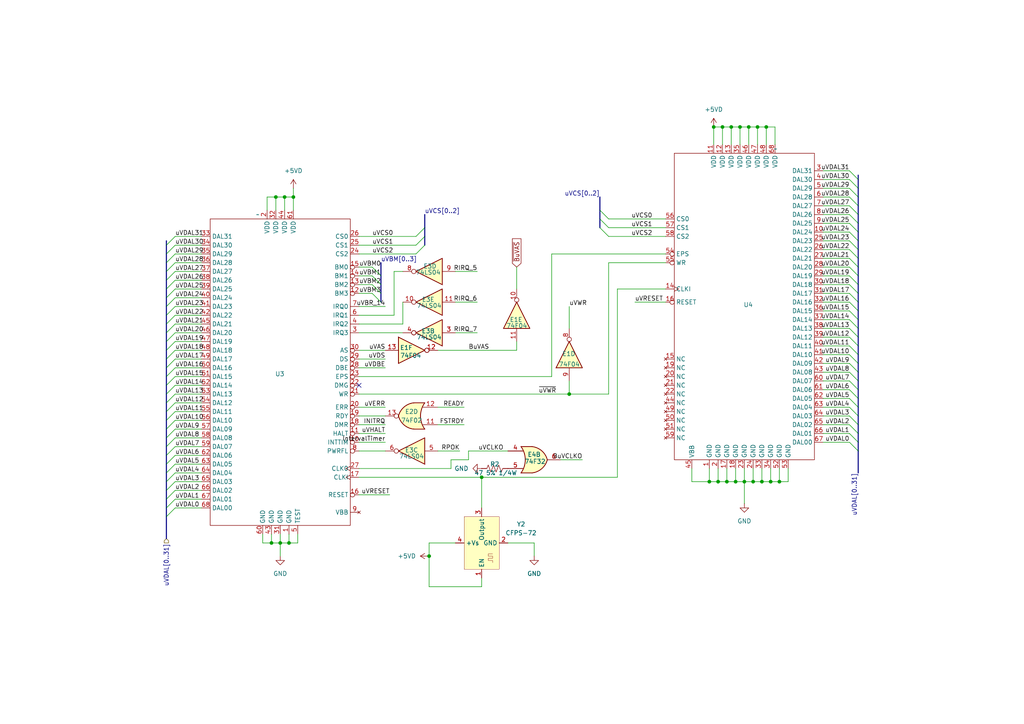
<source format=kicad_sch>
(kicad_sch (version 20250114) (generator "eeschema") (generator_version "9.0")
  (paper "A4")
  (lib_symbols
    (symbol "74xx:7402" (pin_names (offset 1.016))
      (property "Reference" "U" (at 0 1.27 0))
      (property "Value" "7402" (at 0 -1.27 0))
      (symbol "7402_1_1"
        (pin input line (at -7.62 2.54 0) (length 4.318) (name "~") (number "2"))
        (pin input line (at -7.62 -2.54 0) (length 4.318) (name "~") (number "3"))
        (pin output inverted (at 7.62 0 180) (length 3.81) (name "~") (number "1"))
      )
      (symbol "7402_1_2"
        (pin input inverted (at -7.62 2.54 0) (length 3.81) (name "~") (number "2"))
        (pin input inverted (at -7.62 -2.54 0) (length 3.81) (name "~") (number "3"))
        (pin output line (at 7.62 0 180) (length 3.81) (name "~") (number "1"))
      )
      (symbol "7402_2_1"
        (pin input line (at -7.62 2.54 0) (length 4.318) (name "~") (number "5"))
        (pin input line (at -7.62 -2.54 0) (length 4.318) (name "~") (number "6"))
        (pin output inverted (at 7.62 0 180) (length 3.81) (name "~") (number "4"))
      )
      (symbol "7402_2_2"
        (pin input inverted (at -7.62 2.54 0) (length 3.81) (name "~") (number "5"))
        (pin input inverted (at -7.62 -2.54 0) (length 3.81) (name "~") (number "6"))
        (pin output line (at 7.62 0 180) (length 3.81) (name "~") (number "4"))
      )
      (symbol "7402_3_1"
        (pin input line (at -7.62 2.54 0) (length 4.318) (name "~") (number "8"))
        (pin input line (at -7.62 -2.54 0) (length 4.318) (name "~") (number "9"))
        (pin output inverted (at 7.62 0 180) (length 3.81) (name "~") (number "10"))
      )
      (symbol "7402_3_2"
        (pin input inverted (at -7.62 2.54 0) (length 3.81) (name "~") (number "8"))
        (pin input inverted (at -7.62 -2.54 0) (length 3.81) (name "~") (number "9"))
        (pin output line (at 7.62 0 180) (length 3.81) (name "~") (number "10"))
      )
      (symbol "7402_4_1"
        (pin input line (at -7.62 2.54 0) (length 4.318) (name "~") (number "11"))
        (pin input line (at -7.62 -2.54 0) (length 4.318) (name "~") (number "12"))
        (pin output inverted (at 7.62 0 180) (length 3.81) (name "~") (number "13"))
      )
      (symbol "7402_4_2"
        (pin input inverted (at -7.62 2.54 0) (length 3.81) (name "~") (number "11"))
        (pin input inverted (at -7.62 -2.54 0) (length 3.81) (name "~") (number "12"))
        (pin output line (at 7.62 0 180) (length 3.81) (name "~") (number "13"))
      )
      (symbol "7402_5_0"
        (pin power_in line (at 0 12.7 270) (length 5.08) (name "VCC") (number "14"))
        (pin power_in line (at 0 -12.7 90) (length 5.08) (name "GND") (number "7"))
      )
    )
    (symbol "74xx:74LS04"
      (property "Reference" "U" (at 0 1.27 0))
      (property "Value" "74LS04" (at 0 -1.27 0))
      (symbol "74LS04_1_0"
        (pin input line (at -7.62 0 0) (length 3.81) (name "~") (number "1"))
        (pin output inverted (at 7.62 0 180) (length 3.81) (name "~") (number "2"))
      )
      (symbol "74LS04_2_0"
        (pin input line (at -7.62 0 0) (length 3.81) (name "~") (number "3"))
        (pin output inverted (at 7.62 0 180) (length 3.81) (name "~") (number "4"))
      )
      (symbol "74LS04_3_0"
        (pin input line (at -7.62 0 0) (length 3.81) (name "~") (number "5"))
        (pin output inverted (at 7.62 0 180) (length 3.81) (name "~") (number "6"))
      )
      (symbol "74LS04_4_0"
        (pin input line (at -7.62 0 0) (length 3.81) (name "~") (number "9"))
        (pin output inverted (at 7.62 0 180) (length 3.81) (name "~") (number "8"))
      )
      (symbol "74LS04_5_0"
        (pin input line (at -7.62 0 0) (length 3.81) (name "~") (number "11"))
        (pin output inverted (at 7.62 0 180) (length 3.81) (name "~") (number "10"))
      )
      (symbol "74LS04_6_0"
        (pin input line (at -7.62 0 0) (length 3.81) (name "~") (number "13"))
        (pin output inverted (at 7.62 0 180) (length 3.81) (name "~") (number "12"))
      )
      (symbol "74LS04_7_0"
        (pin power_in line (at 0 12.7 270) (length 5.08) (name "VCC") (number "14"))
        (pin power_in line (at 0 -12.7 90) (length 5.08) (name "GND") (number "7"))
      )
    )
    (symbol "74xx:74LS32" (pin_names (offset 1.016))
      (property "Reference" "U" (at 0 1.27 0))
      (property "Value" "74LS32" (at 0 -1.27 0))
      (symbol "74LS32_1_1"
        (pin input line (at -7.62 2.54 0) (length 4.318) (name "~") (number "1"))
        (pin input line (at -7.62 -2.54 0) (length 4.318) (name "~") (number "2"))
        (pin output line (at 7.62 0 180) (length 3.81) (name "~") (number "3"))
      )
      (symbol "74LS32_1_2"
        (pin input inverted (at -7.62 2.54 0) (length 3.81) (name "~") (number "1"))
        (pin input inverted (at -7.62 -2.54 0) (length 3.81) (name "~") (number "2"))
        (pin output inverted (at 7.62 0 180) (length 3.81) (name "~") (number "3"))
      )
      (symbol "74LS32_2_1"
        (pin input line (at -7.62 2.54 0) (length 4.318) (name "~") (number "4"))
        (pin input line (at -7.62 -2.54 0) (length 4.318) (name "~") (number "5"))
        (pin output line (at 7.62 0 180) (length 3.81) (name "~") (number "6"))
      )
      (symbol "74LS32_2_2"
        (pin input inverted (at -7.62 2.54 0) (length 3.81) (name "~") (number "4"))
        (pin input inverted (at -7.62 -2.54 0) (length 3.81) (name "~") (number "5"))
        (pin output inverted (at 7.62 0 180) (length 3.81) (name "~") (number "6"))
      )
      (symbol "74LS32_3_1"
        (pin input line (at -7.62 2.54 0) (length 4.318) (name "~") (number "9"))
        (pin input line (at -7.62 -2.54 0) (length 4.318) (name "~") (number "10"))
        (pin output line (at 7.62 0 180) (length 3.81) (name "~") (number "8"))
      )
      (symbol "74LS32_3_2"
        (pin input inverted (at -7.62 2.54 0) (length 3.81) (name "~") (number "9"))
        (pin input inverted (at -7.62 -2.54 0) (length 3.81) (name "~") (number "10"))
        (pin output inverted (at 7.62 0 180) (length 3.81) (name "~") (number "8"))
      )
      (symbol "74LS32_4_1"
        (pin input line (at -7.62 2.54 0) (length 4.318) (name "~") (number "12"))
        (pin input line (at -7.62 -2.54 0) (length 4.318) (name "~") (number "13"))
        (pin output line (at 7.62 0 180) (length 3.81) (name "~") (number "11"))
      )
      (symbol "74LS32_4_2"
        (pin input inverted (at -7.62 2.54 0) (length 3.81) (name "~") (number "12"))
        (pin input inverted (at -7.62 -2.54 0) (length 3.81) (name "~") (number "13"))
        (pin output inverted (at 7.62 0 180) (length 3.81) (name "~") (number "11"))
      )
      (symbol "74LS32_5_0"
        (pin power_in line (at 0 12.7 270) (length 5.08) (name "VCC") (number "14"))
        (pin power_in line (at 0 -12.7 90) (length 5.08) (name "GND") (number "7"))
      )
    )
    (symbol "Device:R_US" (pin_numbers (hide yes)) (pin_names (offset 0))
      (property "Reference" "R" (at 2.54 0 90))
      (property "Value" "R_US" (at -2.54 0 90))
      (symbol "R_US_1_1"
        (pin passive line (at 0 3.81 270) (length 1.27) (name "~") (number "1"))
        (pin passive line (at 0 -3.81 90) (length 1.27) (name "~") (number "2"))
      )
    )
    (symbol "Oscillator:CFPS-72"
      (property "Reference" "Y" (at -6.35 6.35 0))
      (property "Value" "CFPS-72" (at 6.35 6.35 0))
      (symbol "CFPS-72_1_1"
        (pin input line (at -10.16 0 0) (length 2.54) (name "EN") (number "1"))
        (pin power_in line (at 0 7.62 270) (length 2.54) (name "+Vs") (number "4"))
        (pin power_in line (at 0 -7.62 90) (length 2.54) (name "GND") (number "2"))
        (pin output line (at 10.16 0 180) (length 2.54) (name "Output") (number "3"))
      )
    )
    (symbol "microvax:78032"
      (property "Reference" "U" (at 0 0 0))
      (symbol "78032_0_0"
        (pin bidirectional line (at -22.86 39.37 0) (length 2.54) (name "CS0") (number "26"))
        (pin bidirectional line (at -22.86 36.83 0) (length 2.54) (name "CS1") (number "25"))
        (pin bidirectional line (at -22.86 34.29 0) (length 2.54) (name "CS2") (number "24"))
        (pin bidirectional inverted (at -22.86 30.48 0) (length 2.54) (name "BM0") (number "15"))
        (pin bidirectional inverted (at -22.86 27.94 0) (length 2.54) (name "BM1") (number "14"))
        (pin bidirectional inverted (at -22.86 25.4 0) (length 2.54) (name "BM2") (number "13"))
        (pin bidirectional inverted (at -22.86 22.86 0) (length 2.54) (name "BM3") (number "12"))
        (pin bidirectional line (at -22.86 19.05 0) (length 2.54) (name "IRQ0") (number "7"))
        (pin bidirectional line (at -22.86 16.51 0) (length 2.54) (name "IRQ1") (number "6"))
        (pin bidirectional line (at -22.86 13.97 0) (length 2.54) (name "IRQ2") (number "4"))
        (pin bidirectional line (at -22.86 11.43 0) (length 2.54) (name "IRQ3") (number "3"))
        (pin output inverted (at -22.86 6.35 0) (length 2.54) (name "AS") (number "30"))
        (pin output inverted (at -22.86 3.81 0) (length 2.54) (name "DS") (number "29"))
        (pin output inverted (at -22.86 1.27 0) (length 2.54) (name "DBE") (number "28"))
        (pin output inverted (at -22.86 -1.27 0) (length 2.54) (name "EPS") (number "23"))
        (pin output inverted (at -22.86 -3.81 0) (length 2.54) (name "DMG") (number "22"))
        (pin output inverted (at -22.86 -6.35 0) (length 2.54) (name "WR") (number "21"))
        (pin input inverted (at -22.86 -10.16 0) (length 2.54) (name "ERR") (number "20"))
        (pin input inverted (at -22.86 -12.7 0) (length 2.54) (name "RDY") (number "19"))
        (pin input inverted (at -22.86 -15.24 0) (length 2.54) (name "DMR") (number "18"))
        (pin input inverted (at -22.86 -17.78 0) (length 2.54) (name "HALT") (number "11"))
        (pin input inverted (at -22.86 -20.32 0) (length 2.54) (name "INTTIM") (number "10"))
        (pin input inverted (at -22.86 -22.86 0) (length 2.54) (name "PWRFL") (number "8"))
        (pin output clock (at -22.86 -27.94 0) (length 2.54) (name "CLK0") (number "27"))
        (pin input clock (at -22.86 -30.48 0) (length 2.54) (name "CLKI") (number "17"))
        (pin input inverted (at -22.86 -35.56 0) (length 2.54) (name "RESET") (number "16"))
        (pin no_connect line (at -22.86 -40.64 0) (length 2.54) (name "VBB") (number "9"))
        (pin input line (at -5.08 -46.99 90) (length 2.54) (name "TEST") (number "5"))
        (pin power_in line (at -3.81 46.99 270) (length 2.54) (name "VDD") (number "61"))
        (pin power_in line (at -2.54 -46.99 90) (length 2.54) (name "GND") (number "1"))
        (pin power_in line (at -1.27 46.99 270) (length 2.54) (name "VDD") (number "44"))
        (pin power_in line (at 0 -46.99 90) (length 2.54) (name "GND") (number "31"))
        (pin power_in line (at 1.27 46.99 270) (length 2.54) (name "VDD") (number "32"))
        (pin power_in line (at 2.54 -46.99 90) (length 2.54) (name "GND") (number "43"))
        (pin power_in line (at 3.81 46.99 270) (length 2.54) (name "VDD") (number "2"))
        (pin power_in line (at 5.08 -46.99 90) (length 2.54) (name "GND") (number "60"))
        (pin bidirectional line (at 22.86 39.37 180) (length 2.54) (name "DAL31") (number "33"))
        (pin bidirectional line (at 22.86 36.83 180) (length 2.54) (name "DAL30") (number "34"))
        (pin bidirectional line (at 22.86 34.29 180) (length 2.54) (name "DAL29") (number "35"))
        (pin bidirectional line (at 22.86 31.75 180) (length 2.54) (name "DAL28") (number "36"))
        (pin bidirectional line (at 22.86 29.21 180) (length 2.54) (name "DAL27") (number "37"))
        (pin bidirectional line (at 22.86 26.67 180) (length 2.54) (name "DAL26") (number "38"))
        (pin bidirectional line (at 22.86 24.13 180) (length 2.54) (name "DAL25") (number "39"))
        (pin bidirectional line (at 22.86 21.59 180) (length 2.54) (name "DAL24") (number "40"))
        (pin bidirectional line (at 22.86 19.05 180) (length 2.54) (name "DAL23") (number "41"))
        (pin bidirectional line (at 22.86 16.51 180) (length 2.54) (name "DAL22") (number "42"))
        (pin bidirectional line (at 22.86 13.97 180) (length 2.54) (name "DAL21") (number "45"))
        (pin bidirectional line (at 22.86 11.43 180) (length 2.54) (name "DAL20") (number "46"))
        (pin bidirectional line (at 22.86 8.89 180) (length 2.54) (name "DAL19") (number "47"))
        (pin bidirectional line (at 22.86 6.35 180) (length 2.54) (name "DAL18") (number "48"))
        (pin bidirectional line (at 22.86 3.81 180) (length 2.54) (name "DAL17") (number "49"))
        (pin bidirectional line (at 22.86 1.27 180) (length 2.54) (name "DAL16") (number "50"))
        (pin bidirectional line (at 22.86 -1.27 180) (length 2.54) (name "DAL15") (number "51"))
        (pin bidirectional line (at 22.86 -3.81 180) (length 2.54) (name "DAL14") (number "52"))
        (pin bidirectional line (at 22.86 -6.35 180) (length 2.54) (name "DAL13") (number "53"))
        (pin bidirectional line (at 22.86 -8.89 180) (length 2.54) (name "DAL12") (number "54"))
        (pin bidirectional line (at 22.86 -11.43 180) (length 2.54) (name "DAL11") (number "55"))
        (pin bidirectional line (at 22.86 -13.97 180) (length 2.54) (name "DAL10") (number "56"))
        (pin bidirectional line (at 22.86 -16.51 180) (length 2.54) (name "DAL09") (number "57"))
        (pin bidirectional line (at 22.86 -19.05 180) (length 2.54) (name "DAL08") (number "58"))
        (pin bidirectional line (at 22.86 -21.59 180) (length 2.54) (name "DAL07") (number "59"))
        (pin bidirectional line (at 22.86 -24.13 180) (length 2.54) (name "DAL06") (number "62"))
        (pin bidirectional line (at 22.86 -26.67 180) (length 2.54) (name "DAL05") (number "63"))
        (pin bidirectional line (at 22.86 -29.21 180) (length 2.54) (name "DAL04") (number "64"))
        (pin bidirectional line (at 22.86 -31.75 180) (length 2.54) (name "DAL03") (number "65"))
        (pin bidirectional line (at 22.86 -34.29 180) (length 2.54) (name "DAL02") (number "66"))
        (pin bidirectional line (at 22.86 -36.83 180) (length 2.54) (name "DAL01") (number "67"))
        (pin bidirectional line (at 22.86 -39.37 180) (length 2.54) (name "DAL00") (number "68"))
      )
    )
    (symbol "microvax:78132"
      (property "Reference" "U2" (at 8.4933 48.26 0))
      (property "Value" "~" (at 8.4933 45.72 0))
      (symbol "78132_0_0"
        (pin bidirectional line (at -22.86 25.4 0) (length 2.54) (name "CS0") (number "56"))
        (pin bidirectional line (at -22.86 22.86 0) (length 2.54) (name "CS1") (number "57"))
        (pin output line (at -22.86 20.32 0) (length 2.54) (name "CS2") (number "58"))
        (pin output inverted (at -22.86 15.24 0) (length 2.54) (name "EPS") (number "54"))
        (pin output inverted (at -22.86 12.7 0) (length 2.54) (name "WR") (number "55"))
        (pin input clock (at -22.86 5.08 0) (length 2.54) (name "CLKI") (number "14"))
        (pin input inverted (at -22.86 1.27 0) (length 2.54) (name "RESET") (number "16"))
        (pin no_connect line (at -22.86 -15.24 0) (length 2.54) (name "NC") (number "15"))
        (pin no_connect line (at -22.86 -17.78 0) (length 2.54) (name "NC") (number "19"))
        (pin no_connect line (at -22.86 -20.32 0) (length 2.54) (name "NC") (number "20"))
        (pin no_connect line (at -22.86 -22.86 0) (length 2.54) (name "NC") (number "21"))
        (pin no_connect line (at -22.86 -25.4 0) (length 2.54) (name "NC") (number "22"))
        (pin no_connect line (at -22.86 -27.94 0) (length 2.54) (name "NC") (number "44"))
        (pin no_connect line (at -22.86 -30.48 0) (length 2.54) (name "NC") (number "49"))
        (pin no_connect line (at -22.86 -33.02 0) (length 2.54) (name "NC") (number "50"))
        (pin no_connect line (at -22.86 -35.56 0) (length 2.54) (name "NC") (number "51"))
        (pin no_connect line (at -22.86 -38.1 0) (length 2.54) (name "NC") (number "59"))
        (pin power_in line (at -15.24 -46.99 90) (length 2.54) (name "VBB") (number "45"))
        (pin power_in line (at -10.16 -46.99 90) (length 2.54) (name "GND") (number "1"))
        (pin power_in line (at -8.89 46.99 270) (length 2.54) (name "VDD") (number "11"))
        (pin power_in line (at -7.62 -46.99 90) (length 2.54) (name "GND") (number "2"))
        (pin power_in line (at -6.35 46.99 270) (length 2.54) (name "VDD") (number "12"))
        (pin power_in line (at -5.08 -46.99 90) (length 2.54) (name "GND") (number "17"))
        (pin power_in line (at -3.81 46.99 270) (length 2.54) (name "VDD") (number "13"))
        (pin power_in line (at -2.54 -46.99 90) (length 2.54) (name "GND") (number "18"))
        (pin power_in line (at -1.27 46.99 270) (length 2.54) (name "VDD") (number "35"))
        (pin power_in line (at 0 -46.99 90) (length 2.54) (name "GND") (number "23"))
        (pin power_in line (at 1.27 46.99 270) (length 2.54) (name "VDD") (number "46"))
        (pin power_in line (at 2.54 -46.99 90) (length 2.54) (name "GND") (number "24"))
        (pin power_in line (at 3.81 46.99 270) (length 2.54) (name "VDD") (number "47"))
        (pin power_in line (at 5.08 -46.99 90) (length 2.54) (name "GND") (number "33"))
        (pin power_in line (at 6.35 46.99 270) (length 2.54) (name "VDD") (number "48"))
        (pin power_in line (at 7.62 -46.99 90) (length 2.54) (name "GND") (number "34"))
        (pin power_in line (at 8.89 46.99 270) (length 2.54) (name "VDD") (number "68"))
        (pin power_in line (at 10.16 -46.99 90) (length 2.54) (name "GND") (number "52"))
        (pin power_in line (at 12.7 -46.99 90) (length 2.54) (name "GND") (number "53"))
        (pin bidirectional line (at 22.86 39.37 180) (length 2.54) (name "DAL31") (number "3"))
        (pin bidirectional line (at 22.86 36.83 180) (length 2.54) (name "DAL30") (number "4"))
        (pin bidirectional line (at 22.86 34.29 180) (length 2.54) (name "DAL29") (number "5"))
        (pin bidirectional line (at 22.86 31.75 180) (length 2.54) (name "DAL28") (number "6"))
        (pin bidirectional line (at 22.86 29.21 180) (length 2.54) (name "DAL27") (number "7"))
        (pin bidirectional line (at 22.86 26.67 180) (length 2.54) (name "DAL26") (number "8"))
        (pin bidirectional line (at 22.86 24.13 180) (length 2.54) (name "DAL25") (number "9"))
        (pin bidirectional line (at 22.86 21.59 180) (length 2.54) (name "DAL24") (number "10"))
        (pin bidirectional line (at 22.86 19.05 180) (length 2.54) (name "DAL23") (number "25"))
        (pin bidirectional line (at 22.86 16.51 180) (length 2.54) (name "DAL22") (number "26"))
        (pin bidirectional line (at 22.86 13.97 180) (length 2.54) (name "DAL21") (number "27"))
        (pin bidirectional line (at 22.86 11.43 180) (length 2.54) (name "DAL20") (number "28"))
        (pin bidirectional line (at 22.86 8.89 180) (length 2.54) (name "DAL19") (number "29"))
        (pin bidirectional line (at 22.86 6.35 180) (length 2.54) (name "DAL18") (number "30"))
        (pin bidirectional line (at 22.86 3.81 180) (length 2.54) (name "DAL17") (number "31"))
        (pin bidirectional line (at 22.86 1.27 180) (length 2.54) (name "DAL16") (number "32"))
        (pin bidirectional line (at 22.86 -1.27 180) (length 2.54) (name "DAL15") (number "36"))
        (pin bidirectional line (at 22.86 -3.81 180) (length 2.54) (name "DAL14") (number "37"))
        (pin bidirectional line (at 22.86 -6.35 180) (length 2.54) (name "DAL13") (number "38"))
        (pin bidirectional line (at 22.86 -8.89 180) (length 2.54) (name "DAL12") (number "39"))
        (pin bidirectional line (at 22.86 -11.43 180) (length 2.54) (name "DAL11") (number "40"))
        (pin bidirectional line (at 22.86 -13.97 180) (length 2.54) (name "DAL10") (number "41"))
        (pin bidirectional line (at 22.86 -16.51 180) (length 2.54) (name "DAL09") (number "42"))
        (pin bidirectional line (at 22.86 -19.05 180) (length 2.54) (name "DAL08") (number "43"))
        (pin bidirectional line (at 22.86 -21.59 180) (length 2.54) (name "DAL07") (number "60"))
        (pin bidirectional line (at 22.86 -24.13 180) (length 2.54) (name "DAL06") (number "61"))
        (pin bidirectional line (at 22.86 -26.67 180) (length 2.54) (name "DAL05") (number "62"))
        (pin bidirectional line (at 22.86 -29.21 180) (length 2.54) (name "DAL04") (number "63"))
        (pin bidirectional line (at 22.86 -31.75 180) (length 2.54) (name "DAL03") (number "64"))
        (pin bidirectional line (at 22.86 -34.29 180) (length 2.54) (name "DAL02") (number "65"))
        (pin bidirectional line (at 22.86 -36.83 180) (length 2.54) (name "DAL01") (number "66"))
        (pin bidirectional line (at 22.86 -39.37 180) (length 2.54) (name "DAL00") (number "67"))
      )
    )
    (symbol "power:+5VD" (power) (pin_numbers (hide yes)) (pin_names (offset 0) (hide yes))
      (property "Value" "+5VD" (at 0 3.556 0))
      (symbol "+5VD_1_1"
        (pin power_in line (at 0 0 90) (length 0) (name "~") (number "1"))
      )
    )
    (symbol "power:GND" (power) (pin_numbers (hide yes)) (pin_names (offset 0) (hide yes))
      (property "Value" "GND" (at 0 -3.81 0))
      (symbol "GND_1_1"
        (pin power_in line (at 0 0 270) (length 0) (name "~") (number "1"))
      )
    )
  )
  (junction (at 223.52 139.7))
  (junction (at 124.46 161.29))
  (junction (at 81.28 157.48))
  (junction (at 205.74 139.7))
  (junction (at 212.09 36.83))
  (junction (at 220.98 139.7))
  (junction (at 80.01 57.15))
  (junction (at 139.7 138.43))
  (junction (at 83.82 157.48))
  (junction (at 165.1 114.3))
  (junction (at 215.9 139.7))
  (junction (at 214.63 36.83))
  (junction (at 213.36 139.7))
  (junction (at 218.44 139.7))
  (junction (at 222.25 36.83))
  (junction (at 82.55 57.15))
  (junction (at 85.09 57.15))
  (junction (at 219.71 36.83))
  (junction (at 208.28 139.7))
  (junction (at 207.01 36.83))
  (junction (at 78.74 157.48))
  (junction (at 226.06 139.7))
  (junction (at 217.17 36.83))
  (junction (at 210.82 139.7))
  (junction (at 209.55 36.83))
  (no_connect (at 104.14 111.76))
  (bus_entry (at 48.26 104.14) (size 2.54 -2.54))
  (bus_entry (at 48.26 149.86) (size 2.54 -2.54))
  (bus_entry (at 48.26 124.46) (size 2.54 -2.54))
  (bus_entry (at 248.92 118.11) (size -2.54 -2.54))
  (bus_entry (at 48.26 142.24) (size 2.54 -2.54))
  (bus_entry (at 48.26 86.36) (size 2.54 -2.54))
  (bus_entry (at 248.92 107.95) (size -2.54 -2.54))
  (bus_entry (at 248.92 128.27) (size -2.54 -2.54))
  (bus_entry (at 48.26 111.76) (size 2.54 -2.54))
  (bus_entry (at 48.26 81.28) (size 2.54 -2.54))
  (bus_entry (at 48.26 83.82) (size 2.54 -2.54))
  (bus_entry (at 176.53 63.5) (size -2.54 -2.54))
  (bus_entry (at 107.95 82.55) (size 2.54 2.54))
  (bus_entry (at 48.26 71.12) (size 2.54 -2.54))
  (bus_entry (at 248.92 74.93) (size -2.54 -2.54))
  (bus_entry (at 48.26 132.08) (size 2.54 -2.54))
  (bus_entry (at 120.65 71.12) (size 2.54 -2.54))
  (bus_entry (at 248.92 110.49) (size -2.54 -2.54))
  (bus_entry (at 248.92 77.47) (size -2.54 -2.54))
  (bus_entry (at 107.95 85.09) (size 2.54 2.54))
  (bus_entry (at 176.53 68.58) (size -2.54 -2.54))
  (bus_entry (at 248.92 123.19) (size -2.54 -2.54))
  (bus_entry (at 248.92 125.73) (size -2.54 -2.54))
  (bus_entry (at 248.92 113.03) (size -2.54 -2.54))
  (bus_entry (at 48.26 99.06) (size 2.54 -2.54))
  (bus_entry (at 120.65 68.58) (size 2.54 -2.54))
  (bus_entry (at 48.26 127) (size 2.54 -2.54))
  (bus_entry (at 120.65 73.66) (size 2.54 -2.54))
  (bus_entry (at 48.26 91.44) (size 2.54 -2.54))
  (bus_entry (at 48.26 119.38) (size 2.54 -2.54))
  (bus_entry (at 248.92 80.01) (size -2.54 -2.54))
  (bus_entry (at 248.92 87.63) (size -2.54 -2.54))
  (bus_entry (at 248.92 115.57) (size -2.54 -2.54))
  (bus_entry (at 248.92 82.55) (size -2.54 -2.54))
  (bus_entry (at 248.92 57.15) (size -2.54 -2.54))
  (bus_entry (at 248.92 59.69) (size -2.54 -2.54))
  (bus_entry (at 248.92 67.31) (size -2.54 -2.54))
  (bus_entry (at 48.26 137.16) (size 2.54 -2.54))
  (bus_entry (at 48.26 116.84) (size 2.54 -2.54))
  (bus_entry (at 48.26 114.3) (size 2.54 -2.54))
  (bus_entry (at 248.92 100.33) (size -2.54 -2.54))
  (bus_entry (at 48.26 121.92) (size 2.54 -2.54))
  (bus_entry (at 248.92 120.65) (size -2.54 -2.54))
  (bus_entry (at 107.95 80.01) (size 2.54 2.54))
  (bus_entry (at 248.92 64.77) (size -2.54 -2.54))
  (bus_entry (at 48.26 144.78) (size 2.54 -2.54))
  (bus_entry (at 248.92 52.07) (size -2.54 -2.54))
  (bus_entry (at 48.26 88.9) (size 2.54 -2.54))
  (bus_entry (at 48.26 129.54) (size 2.54 -2.54))
  (bus_entry (at 248.92 102.87) (size -2.54 -2.54))
  (bus_entry (at 248.92 105.41) (size -2.54 -2.54))
  (bus_entry (at 48.26 93.98) (size 2.54 -2.54))
  (bus_entry (at 248.92 90.17) (size -2.54 -2.54))
  (bus_entry (at 48.26 109.22) (size 2.54 -2.54))
  (bus_entry (at 107.95 77.47) (size 2.54 2.54))
  (bus_entry (at 48.26 106.68) (size 2.54 -2.54))
  (bus_entry (at 48.26 139.7) (size 2.54 -2.54))
  (bus_entry (at 176.53 66.04) (size -2.54 -2.54))
  (bus_entry (at 248.92 92.71) (size -2.54 -2.54))
  (bus_entry (at 248.92 85.09) (size -2.54 -2.54))
  (bus_entry (at 48.26 78.74) (size 2.54 -2.54))
  (bus_entry (at 248.92 97.79) (size -2.54 -2.54))
  (bus_entry (at 248.92 72.39) (size -2.54 -2.54))
  (bus_entry (at 48.26 96.52) (size 2.54 -2.54))
  (bus_entry (at 248.92 130.81) (size -2.54 -2.54))
  (bus_entry (at 248.92 62.23) (size -2.54 -2.54))
  (bus_entry (at 248.92 69.85) (size -2.54 -2.54))
  (bus_entry (at 48.26 147.32) (size 2.54 -2.54))
  (bus_entry (at 48.26 76.2) (size 2.54 -2.54))
  (bus_entry (at 248.92 54.61) (size -2.54 -2.54))
  (bus_entry (at 248.92 95.25) (size -2.54 -2.54))
  (bus_entry (at 48.26 134.62) (size 2.54 -2.54))
  (bus_entry (at 48.26 101.6) (size 2.54 -2.54))
  (bus_entry (at 48.26 73.66) (size 2.54 -2.54))
  (wire (pts (xy 205.74 139.7) (xy 200.66 139.7)))
  (wire (pts (xy 139.7 170.18) (xy 139.7 167.64)))
  (bus (pts (xy 248.92 97.79) (xy 248.92 100.33)))
  (bus (pts (xy 248.92 85.09) (xy 248.92 87.63)))
  (wire (pts (xy 124.46 161.29) (xy 124.46 170.18)))
  (wire (pts (xy 116.84 78.74) (xy 114.3 78.74)))
  (wire (pts (xy 212.09 36.83) (xy 214.63 36.83)))
  (wire (pts (xy 215.9 135.89) (xy 215.9 139.7)))
  (wire (pts (xy 149.86 77.47) (xy 149.86 83.82)))
  (bus (pts (xy 48.26 106.68) (xy 48.26 109.22)))
  (wire (pts (xy 50.8 73.66) (xy 58.42 73.66)))
  (bus (pts (xy 110.49 80.01) (xy 110.49 82.55)))
  (wire (pts (xy 246.38 90.17) (xy 238.76 90.17)))
  (wire (pts (xy 80.01 57.15) (xy 80.01 60.96)))
  (bus (pts (xy 110.49 82.55) (xy 110.49 85.09)))
  (wire (pts (xy 83.82 157.48) (xy 86.36 157.48)))
  (bus (pts (xy 248.92 90.17) (xy 248.92 92.71)))
  (wire (pts (xy 85.09 54.61) (xy 85.09 57.15)))
  (wire (pts (xy 50.8 121.92) (xy 58.42 121.92)))
  (bus (pts (xy 248.92 128.27) (xy 248.92 130.81)))
  (wire (pts (xy 104.14 73.66) (xy 120.65 73.66)))
  (wire (pts (xy 104.14 91.44) (xy 114.3 91.44)))
  (wire (pts (xy 114.3 78.74) (xy 114.3 91.44)))
  (wire (pts (xy 220.98 139.7) (xy 223.52 139.7)))
  (bus (pts (xy 48.26 137.16) (xy 48.26 139.7)))
  (bus (pts (xy 248.92 50.8) (xy 248.92 52.07)))
  (wire (pts (xy 127 123.19) (xy 134.62 123.19)))
  (wire (pts (xy 209.55 36.83) (xy 212.09 36.83)))
  (wire (pts (xy 246.38 100.33) (xy 238.76 100.33)))
  (wire (pts (xy 50.8 142.24) (xy 58.42 142.24)))
  (wire (pts (xy 104.14 88.9) (xy 111.76 88.9)))
  (wire (pts (xy 165.1 114.3) (xy 176.53 114.3)))
  (bus (pts (xy 248.92 113.03) (xy 248.92 115.57)))
  (bus (pts (xy 248.92 77.47) (xy 248.92 80.01)))
  (wire (pts (xy 104.14 104.14) (xy 111.76 104.14)))
  (bus (pts (xy 173.99 60.96) (xy 173.99 63.5)))
  (bus (pts (xy 248.92 107.95) (xy 248.92 110.49)))
  (wire (pts (xy 246.38 69.85) (xy 238.76 69.85)))
  (bus (pts (xy 248.92 105.41) (xy 248.92 107.95)))
  (bus (pts (xy 48.26 96.52) (xy 48.26 99.06)))
  (bus (pts (xy 248.92 67.31) (xy 248.92 69.85)))
  (wire (pts (xy 210.82 139.7) (xy 208.28 139.7)))
  (wire (pts (xy 116.84 87.63) (xy 116.84 93.98)))
  (bus (pts (xy 48.26 71.12) (xy 48.26 73.66)))
  (wire (pts (xy 218.44 139.7) (xy 220.98 139.7)))
  (wire (pts (xy 50.8 68.58) (xy 58.42 68.58)))
  (wire (pts (xy 139.7 138.43) (xy 179.07 138.43)))
  (wire (pts (xy 154.94 157.48) (xy 154.94 161.29)))
  (wire (pts (xy 104.14 80.01) (xy 107.95 80.01)))
  (wire (pts (xy 149.86 99.06) (xy 149.86 101.6)))
  (wire (pts (xy 104.14 106.68) (xy 111.76 106.68)))
  (wire (pts (xy 104.14 135.89) (xy 130.81 135.89)))
  (wire (pts (xy 50.8 106.68) (xy 58.42 106.68)))
  (wire (pts (xy 222.25 36.83) (xy 224.79 36.83)))
  (wire (pts (xy 82.55 57.15) (xy 82.55 60.96)))
  (wire (pts (xy 104.14 143.51) (xy 113.03 143.51)))
  (wire (pts (xy 50.8 144.78) (xy 58.42 144.78)))
  (bus (pts (xy 248.92 82.55) (xy 248.92 85.09)))
  (wire (pts (xy 50.8 88.9) (xy 58.42 88.9)))
  (wire (pts (xy 214.63 36.83) (xy 214.63 41.91)))
  (wire (pts (xy 246.38 125.73) (xy 238.76 125.73)))
  (bus (pts (xy 248.92 87.63) (xy 248.92 90.17)))
  (wire (pts (xy 85.09 57.15) (xy 85.09 60.96)))
  (wire (pts (xy 81.28 154.94) (xy 81.28 157.48)))
  (wire (pts (xy 212.09 36.83) (xy 212.09 41.91)))
  (bus (pts (xy 123.19 68.58) (xy 123.19 71.12)))
  (wire (pts (xy 246.38 97.79) (xy 238.76 97.79)))
  (wire (pts (xy 78.74 157.48) (xy 76.2 157.48)))
  (wire (pts (xy 220.98 135.89) (xy 220.98 139.7)))
  (wire (pts (xy 207.01 41.91) (xy 207.01 36.83)))
  (bus (pts (xy 48.26 144.78) (xy 48.26 147.32)))
  (wire (pts (xy 50.8 111.76) (xy 58.42 111.76)))
  (wire (pts (xy 104.14 123.19) (xy 111.76 123.19)))
  (wire (pts (xy 219.71 36.83) (xy 219.71 41.91)))
  (wire (pts (xy 213.36 135.89) (xy 213.36 139.7)))
  (wire (pts (xy 223.52 135.89) (xy 223.52 139.7)))
  (wire (pts (xy 80.01 57.15) (xy 82.55 57.15)))
  (wire (pts (xy 193.04 63.5) (xy 176.53 63.5)))
  (wire (pts (xy 50.8 76.2) (xy 58.42 76.2)))
  (wire (pts (xy 165.1 110.49) (xy 165.1 114.3)))
  (bus (pts (xy 48.26 134.62) (xy 48.26 137.16)))
  (wire (pts (xy 246.38 123.19) (xy 238.76 123.19)))
  (wire (pts (xy 127 118.11) (xy 134.62 118.11)))
  (bus (pts (xy 48.26 127) (xy 48.26 129.54)))
  (bus (pts (xy 248.92 92.71) (xy 248.92 95.25)))
  (wire (pts (xy 200.66 135.89) (xy 200.66 139.7)))
  (wire (pts (xy 104.14 125.73) (xy 111.76 125.73)))
  (wire (pts (xy 222.25 36.83) (xy 222.25 41.91)))
  (wire (pts (xy 246.38 62.23) (xy 238.76 62.23)))
  (wire (pts (xy 224.79 36.83) (xy 224.79 41.91)))
  (wire (pts (xy 104.14 85.09) (xy 107.95 85.09)))
  (wire (pts (xy 215.9 139.7) (xy 218.44 139.7)))
  (bus (pts (xy 248.92 110.49) (xy 248.92 113.03)))
  (wire (pts (xy 104.14 101.6) (xy 111.76 101.6)))
  (wire (pts (xy 50.8 78.74) (xy 58.42 78.74)))
  (wire (pts (xy 147.32 157.48) (xy 154.94 157.48)))
  (wire (pts (xy 50.8 101.6) (xy 58.42 101.6)))
  (wire (pts (xy 77.47 57.15) (xy 77.47 60.96)))
  (wire (pts (xy 104.14 128.27) (xy 111.76 128.27)))
  (bus (pts (xy 248.92 120.65) (xy 248.92 123.19)))
  (wire (pts (xy 50.8 83.82) (xy 58.42 83.82)))
  (bus (pts (xy 248.92 72.39) (xy 248.92 74.93)))
  (bus (pts (xy 48.26 149.86) (xy 48.26 156.21)))
  (wire (pts (xy 50.8 132.08) (xy 58.42 132.08)))
  (wire (pts (xy 104.14 109.22) (xy 160.02 109.22)))
  (wire (pts (xy 132.08 157.48) (xy 124.46 157.48)))
  (wire (pts (xy 207.01 36.83) (xy 209.55 36.83)))
  (wire (pts (xy 50.8 124.46) (xy 58.42 124.46)))
  (bus (pts (xy 48.26 116.84) (xy 48.26 119.38)))
  (bus (pts (xy 248.92 100.33) (xy 248.92 102.87)))
  (bus (pts (xy 48.26 124.46) (xy 48.26 127)))
  (wire (pts (xy 50.8 147.32) (xy 58.42 147.32)))
  (wire (pts (xy 246.38 74.93) (xy 238.76 74.93)))
  (bus (pts (xy 48.26 76.2) (xy 48.26 78.74)))
  (wire (pts (xy 228.6 139.7) (xy 228.6 135.89)))
  (wire (pts (xy 246.38 113.03) (xy 238.76 113.03)))
  (bus (pts (xy 48.26 78.74) (xy 48.26 81.28)))
  (wire (pts (xy 81.28 157.48) (xy 83.82 157.48)))
  (wire (pts (xy 127 101.6) (xy 149.86 101.6)))
  (bus (pts (xy 248.92 80.01) (xy 248.92 82.55)))
  (wire (pts (xy 130.81 133.35) (xy 130.81 135.89)))
  (bus (pts (xy 48.26 132.08) (xy 48.26 134.62)))
  (wire (pts (xy 217.17 36.83) (xy 217.17 41.91)))
  (wire (pts (xy 50.8 104.14) (xy 58.42 104.14)))
  (wire (pts (xy 50.8 129.54) (xy 58.42 129.54)))
  (wire (pts (xy 246.38 120.65) (xy 238.76 120.65)))
  (wire (pts (xy 83.82 154.94) (xy 83.82 157.48)))
  (bus (pts (xy 248.92 54.61) (xy 248.92 57.15)))
  (wire (pts (xy 214.63 36.83) (xy 217.17 36.83)))
  (wire (pts (xy 246.38 92.71) (xy 238.76 92.71)))
  (wire (pts (xy 193.04 68.58) (xy 176.53 68.58)))
  (bus (pts (xy 48.26 114.3) (xy 48.26 116.84)))
  (wire (pts (xy 246.38 64.77) (xy 238.76 64.77)))
  (wire (pts (xy 50.8 71.12) (xy 58.42 71.12)))
  (wire (pts (xy 76.2 154.94) (xy 76.2 157.48)))
  (bus (pts (xy 110.49 76.2) (xy 110.49 80.01)))
  (wire (pts (xy 50.8 119.38) (xy 58.42 119.38)))
  (wire (pts (xy 50.8 99.06) (xy 58.42 99.06)))
  (wire (pts (xy 193.04 76.2) (xy 176.53 76.2)))
  (wire (pts (xy 104.14 93.98) (xy 116.84 93.98)))
  (wire (pts (xy 50.8 109.22) (xy 58.42 109.22)))
  (wire (pts (xy 50.8 116.84) (xy 58.42 116.84)))
  (wire (pts (xy 160.02 73.66) (xy 193.04 73.66)))
  (wire (pts (xy 50.8 91.44) (xy 58.42 91.44)))
  (wire (pts (xy 50.8 96.52) (xy 58.42 96.52)))
  (bus (pts (xy 48.26 129.54) (xy 48.26 132.08)))
  (wire (pts (xy 246.38 54.61) (xy 238.76 54.61)))
  (bus (pts (xy 248.92 69.85) (xy 248.92 72.39)))
  (wire (pts (xy 246.38 59.69) (xy 238.76 59.69)))
  (wire (pts (xy 210.82 135.89) (xy 210.82 139.7)))
  (wire (pts (xy 78.74 154.94) (xy 78.74 157.48)))
  (wire (pts (xy 246.38 128.27) (xy 238.76 128.27)))
  (wire (pts (xy 209.55 36.83) (xy 209.55 41.91)))
  (bus (pts (xy 248.92 123.19) (xy 248.92 125.73)))
  (bus (pts (xy 48.26 119.38) (xy 48.26 121.92)))
  (bus (pts (xy 48.26 93.98) (xy 48.26 96.52)))
  (wire (pts (xy 217.17 36.83) (xy 219.71 36.83)))
  (wire (pts (xy 213.36 139.7) (xy 210.82 139.7)))
  (wire (pts (xy 132.08 78.74) (xy 138.43 78.74)))
  (wire (pts (xy 50.8 127) (xy 58.42 127)))
  (bus (pts (xy 248.92 115.57) (xy 248.92 118.11)))
  (bus (pts (xy 248.92 52.07) (xy 248.92 54.61)))
  (bus (pts (xy 48.26 86.36) (xy 48.26 88.9)))
  (wire (pts (xy 246.38 49.53) (xy 238.76 49.53)))
  (bus (pts (xy 48.26 73.66) (xy 48.26 76.2)))
  (wire (pts (xy 160.02 73.66) (xy 160.02 109.22)))
  (wire (pts (xy 193.04 66.04) (xy 176.53 66.04)))
  (bus (pts (xy 248.92 95.25) (xy 248.92 97.79)))
  (bus (pts (xy 248.92 62.23) (xy 248.92 64.77)))
  (wire (pts (xy 82.55 57.15) (xy 85.09 57.15)))
  (wire (pts (xy 104.14 96.52) (xy 116.84 96.52)))
  (bus (pts (xy 110.49 85.09) (xy 110.49 87.63)))
  (wire (pts (xy 77.47 57.15) (xy 80.01 57.15)))
  (wire (pts (xy 246.38 87.63) (xy 238.76 87.63)))
  (wire (pts (xy 104.14 120.65) (xy 111.76 120.65)))
  (bus (pts (xy 48.26 142.24) (xy 48.26 144.78)))
  (wire (pts (xy 246.38 102.87) (xy 238.76 102.87)))
  (wire (pts (xy 162.56 133.35) (xy 168.91 133.35)))
  (wire (pts (xy 223.52 139.7) (xy 226.06 139.7)))
  (wire (pts (xy 193.04 83.82) (xy 179.07 83.82)))
  (wire (pts (xy 50.8 139.7) (xy 58.42 139.7)))
  (wire (pts (xy 218.44 135.89) (xy 218.44 139.7)))
  (wire (pts (xy 50.8 114.3) (xy 58.42 114.3)))
  (wire (pts (xy 215.9 139.7) (xy 215.9 146.05)))
  (wire (pts (xy 208.28 135.89) (xy 208.28 139.7)))
  (wire (pts (xy 127 130.81) (xy 133.35 130.81)))
  (bus (pts (xy 123.19 62.23) (xy 123.19 66.04)))
  (bus (pts (xy 248.92 125.73) (xy 248.92 128.27)))
  (wire (pts (xy 104.14 77.47) (xy 107.95 77.47)))
  (wire (pts (xy 226.06 135.89) (xy 226.06 139.7)))
  (wire (pts (xy 81.28 161.29) (xy 81.28 157.48)))
  (wire (pts (xy 135.89 130.81) (xy 135.89 133.35)))
  (bus (pts (xy 48.26 99.06) (xy 48.26 101.6)))
  (wire (pts (xy 176.53 76.2) (xy 176.53 114.3)))
  (wire (pts (xy 124.46 170.18) (xy 139.7 170.18)))
  (bus (pts (xy 248.92 59.69) (xy 248.92 62.23)))
  (wire (pts (xy 246.38 80.01) (xy 238.76 80.01)))
  (wire (pts (xy 208.28 139.7) (xy 205.74 139.7)))
  (bus (pts (xy 48.26 104.14) (xy 48.26 106.68)))
  (wire (pts (xy 205.74 135.89) (xy 205.74 139.7)))
  (wire (pts (xy 246.38 77.47) (xy 238.76 77.47)))
  (bus (pts (xy 48.26 139.7) (xy 48.26 142.24)))
  (wire (pts (xy 104.14 114.3) (xy 165.1 114.3)))
  (bus (pts (xy 48.26 101.6) (xy 48.26 104.14)))
  (bus (pts (xy 248.92 64.77) (xy 248.92 67.31)))
  (wire (pts (xy 246.38 110.49) (xy 238.76 110.49)))
  (wire (pts (xy 165.1 88.9) (xy 165.1 95.25)))
  (wire (pts (xy 135.89 133.35) (xy 130.81 133.35)))
  (bus (pts (xy 248.92 118.11) (xy 248.92 120.65)))
  (bus (pts (xy 248.92 130.81) (xy 248.92 137.16)))
  (wire (pts (xy 50.8 93.98) (xy 58.42 93.98)))
  (bus (pts (xy 248.92 102.87) (xy 248.92 105.41)))
  (wire (pts (xy 81.28 157.48) (xy 78.74 157.48)))
  (wire (pts (xy 132.08 87.63) (xy 138.43 87.63)))
  (wire (pts (xy 132.08 96.52) (xy 138.43 96.52)))
  (wire (pts (xy 104.14 68.58) (xy 120.65 68.58)))
  (wire (pts (xy 139.7 138.43) (xy 139.7 147.32)))
  (wire (pts (xy 104.14 130.81) (xy 111.76 130.81)))
  (bus (pts (xy 248.92 57.15) (xy 248.92 59.69)))
  (wire (pts (xy 246.38 67.31) (xy 238.76 67.31)))
  (wire (pts (xy 104.14 82.55) (xy 107.95 82.55)))
  (wire (pts (xy 246.38 57.15) (xy 238.76 57.15)))
  (wire (pts (xy 104.14 71.12) (xy 120.65 71.12)))
  (wire (pts (xy 246.38 85.09) (xy 238.76 85.09)))
  (wire (pts (xy 104.14 118.11) (xy 111.76 118.11)))
  (wire (pts (xy 246.38 105.41) (xy 238.76 105.41)))
  (wire (pts (xy 246.38 52.07) (xy 238.76 52.07)))
  (wire (pts (xy 184.15 87.63) (xy 193.04 87.63)))
  (bus (pts (xy 48.26 91.44) (xy 48.26 93.98)))
  (bus (pts (xy 173.99 57.15) (xy 173.99 60.96)))
  (wire (pts (xy 104.14 138.43) (xy 139.7 138.43)))
  (wire (pts (xy 50.8 134.62) (xy 58.42 134.62)))
  (bus (pts (xy 248.92 74.93) (xy 248.92 77.47)))
  (wire (pts (xy 179.07 83.82) (xy 179.07 138.43)))
  (wire (pts (xy 147.32 130.81) (xy 135.89 130.81)))
  (bus (pts (xy 48.26 81.28) (xy 48.26 83.82)))
  (wire (pts (xy 246.38 72.39) (xy 238.76 72.39)))
  (bus (pts (xy 48.26 88.9) (xy 48.26 91.44)))
  (wire (pts (xy 50.8 137.16) (xy 58.42 137.16)))
  (wire (pts (xy 246.38 82.55) (xy 238.76 82.55)))
  (wire (pts (xy 86.36 154.94) (xy 86.36 157.48)))
  (wire (pts (xy 246.38 107.95) (xy 238.76 107.95)))
  (wire (pts (xy 50.8 81.28) (xy 58.42 81.28)))
  (wire (pts (xy 226.06 139.7) (xy 228.6 139.7)))
  (wire (pts (xy 246.38 118.11) (xy 238.76 118.11)))
  (wire (pts (xy 50.8 86.36) (xy 58.42 86.36)))
  (wire (pts (xy 246.38 115.57) (xy 238.76 115.57)))
  (bus (pts (xy 123.19 66.04) (xy 123.19 68.58)))
  (wire (pts (xy 219.71 36.83) (xy 222.25 36.83)))
  (bus (pts (xy 48.26 83.82) (xy 48.26 86.36)))
  (bus (pts (xy 48.26 111.76) (xy 48.26 114.3)))
  (wire (pts (xy 124.46 157.48) (xy 124.46 161.29)))
  (bus (pts (xy 48.26 69.85) (xy 48.26 71.12)))
  (bus (pts (xy 48.26 147.32) (xy 48.26 149.86)))
  (bus (pts (xy 173.99 63.5) (xy 173.99 66.04)))
  (bus (pts (xy 48.26 109.22) (xy 48.26 111.76)))
  (bus (pts (xy 48.26 121.92) (xy 48.26 124.46)))
  (wire (pts (xy 246.38 95.25) (xy 238.76 95.25)))
  (wire (pts (xy 215.9 139.7) (xy 213.36 139.7)))
  (label "uVBR_14" (at 111.76 88.9 180))
  (label "uVDAL23" (at 246.38 69.85 180))
  (label "INITRQ" (at 111.76 123.19 180))
  (label "uVBM3" (at 104.14 85.09 0))
  (label "uVDAL5" (at 50.8 134.62 0))
  (label "uVDAL3" (at 246.38 120.65 180))
  (label "READY" (at 134.62 118.11 180))
  (label "uVBM1" (at 104.14 80.01 0))
  (label "uVDAL6" (at 246.38 113.03 180))
  (label "uVDAL31" (at 246.38 49.53 180))
  (label "uVDAL22" (at 50.8 91.44 0))
  (label "uVDAL16" (at 246.38 87.63 180))
  (label "FSTRDY" (at 134.62 123.19 180))
  (label "uVDAL15" (at 50.8 109.22 0))
  (label "uVDAL17" (at 50.8 104.14 0))
  (label "uVDAL30" (at 50.8 71.12 0))
  (label "uVCS[0..2]" (at 123.19 62.23 0))
  (label "uVCS0" (at 189.23 63.5 180))
  (label "uVDAL10" (at 50.8 121.92 0))
  (label "uVDAL26" (at 50.8 81.28 0))
  (label "uVDAL6" (at 50.8 132.08 0))
  (label "uVDS" (at 111.76 104.14 180))
  (label "uVDAL13" (at 50.8 114.3 0))
  (label "uVDAL12" (at 50.8 116.84 0))
  (label "uVBM0" (at 104.14 77.47 0))
  (label "uVDAL9" (at 246.38 105.41 180))
  (label "uVCLKO" (at 146.05 130.81 180))
  (label "uVDAL15" (at 246.38 90.17 180))
  (label "RIRQ_5" (at 138.43 78.74 180))
  (label "uVDAL22" (at 246.38 72.39 180))
  (label "RPOK" (at 133.35 130.81 180))
  (label "uVDAL20" (at 246.38 77.47 180))
  (label "uVCS1" (at 107.95 71.12 0))
  (label "uVRESET" (at 113.03 143.51 180))
  (label "RIRQ_7" (at 138.43 96.52 180))
  (label "uVDAL24" (at 50.8 86.36 0))
  (label "uVRESET" (at 184.15 87.63 0))
  (label "uVCS[0..2]" (at 173.99 57.15 180))
  (label "BuVAS" (at 135.89 101.6 0))
  (label "uVDBE" (at 111.76 106.68 180))
  (label "uVDAL13" (at 246.38 95.25 180))
  (label "BuVCLKO" (at 168.91 133.35 180))
  (label "uVDAL8" (at 246.38 107.95 180))
  (label "uVDAL19" (at 246.38 80.01 180))
  (label "uVDAL1" (at 50.8 144.78 0))
  (label "uVDAL16" (at 50.8 106.68 0))
  (label "uVDAL[0..31]" (at 248.92 137.16 270))
  (label "uVDAL27" (at 50.8 78.74 0))
  (label "uVDAL19" (at 50.8 99.06 0))
  (label "uVDAL29" (at 246.38 54.61 180))
  (label "uVCS1" (at 189.23 66.04 180))
  (label "uVDAL8" (at 50.8 127 0))
  (label "uVHALT" (at 111.76 125.73 180))
  (label "uVDAL21" (at 50.8 93.98 0))
  (label "IntervalTimer" (at 111.76 128.27 180))
  (label "uVDAL0" (at 50.8 147.32 0))
  (label "uVDAL7" (at 246.38 110.49 180))
  (label "uVDAL18" (at 50.8 101.6 0))
  (label "uVDAL2" (at 246.38 123.19 180))
  (label "uVDAL7" (at 50.8 129.54 0))
  (label "RIRQ_6" (at 138.43 87.63 180))
  (label "uVDAL25" (at 50.8 83.82 0))
  (label "uVDAL28" (at 50.8 76.2 0))
  (label "uVDAL5" (at 246.38 115.57 180))
  (label "uVBM[0..3]" (at 110.49 76.2 0))
  (label "uVDAL12" (at 246.38 97.79 180))
  (label "uVDAL1" (at 246.38 125.73 180))
  (label "uVDAL27" (at 246.38 59.69 180))
  (label "uVDAL4" (at 246.38 118.11 180))
  (label "uVDAL9" (at 50.8 124.46 0))
  (label "uVDAL31" (at 50.8 68.58 0))
  (label "uVDAL2" (at 50.8 142.24 0))
  (label "uVDAL25" (at 246.38 64.77 180))
  (label "uVDAL30" (at 246.38 52.07 180))
  (label "uVDAL20" (at 50.8 96.52 0))
  (label "uVWR" (at 165.1 88.9 0))
  (label "uVCS2" (at 189.23 68.58 180))
  (label "uVDAL10" (at 246.38 102.87 180))
  (label "uVDAL23" (at 50.8 88.9 0))
  (label "uVDAL24" (at 246.38 67.31 180))
  (label "uVDAL28" (at 246.38 57.15 180))
  (label "uVBM2" (at 104.14 82.55 0))
  (label "uVDAL17" (at 246.38 85.09 180))
  (label "uVDAL0" (at 246.38 128.27 180))
  (label "uVDAL11" (at 246.38 100.33 180))
  (label "uVCS0" (at 107.95 68.58 0))
  (label "uVDAL11" (at 50.8 119.38 0))
  (label "uVAS" (at 111.76 101.6 180))
  (label "uVERR" (at 111.76 118.11 180))
  (label "uVDAL21" (at 246.38 74.93 180))
  (label "uVDAL18" (at 246.38 82.55 180))
  (label "uVDAL14" (at 50.8 111.76 0))
  (label "uVDAL29" (at 50.8 73.66 0))
  (label "uVDAL26" (at 246.38 62.23 180))
  (label "~{uVWR}" (at 156.21 114.3 0))
  (label "uVDAL4" (at 50.8 137.16 0))
  (label "uVDAL14" (at 246.38 92.71 180))
  (label "uVDAL3" (at 50.8 139.7 0))
  (label "uVCS2" (at 107.95 73.66 0))
  (global_label "~{BuVAS}" (shape input) (at 149.86 77.47 90) (property "Intersheetrefs" "${INTERSHEET_REFS}" (effects (hide yes))))
  (hierarchical_label "uVDAL[0..31]" (shape input) (at 48.26 156.21 270))
  (symbol (lib_id "Device:R_US") (at 143.51 135.89 90) (unit 1)
    (property "Reference" "R2" (at 143.51 134.62 90))
    (property "Value" "47 5% 1/4W" (at 143.764 137.16 90))
    (property "Description" "Resistor, US symbol" (effects (hide yes)))
  )
  (symbol (lib_id "power:GND") (at 81.28 161.29 0) (mirror y) (unit 1)
    (property "Reference" "#PWR08" (effects (hide yes)))
    (property "Value" "GND" (at 81.28 166.37 0))
    (property "Description" "Power symbol creates a global label with name \"GND\" , ground" (effects (hide yes)))
  )
  (symbol (lib_id "power:GND") (at 215.9 146.05 0) (unit 1)
    (property "Reference" "#PWR014" (effects (hide yes)))
    (property "Value" "GND" (at 215.9 151.13 0))
    (property "Description" "Power symbol creates a global label with name \"GND\" , ground" (effects (hide yes)))
  )
  (symbol (lib_id "74xx:74LS04") (at 119.38 130.81 180) (unit 3)
    (property "Reference" "E3" (at 119.38 130.556 0))
    (property "Value" "74LS04" (at 119.38 132.334 0))
    (property "Datasheet" "http://www.ti.com/lit/gpn/sn74LS04" (effects (hide yes)))
    (property "Description" "Hex Inverter" (effects (hide yes)))
  )
  (symbol (lib_id "74xx:74LS04") (at 124.46 78.74 180) (unit 4)
    (property "Reference" "E3" (at 124.714 77.216 0))
    (property "Value" "74LS04" (at 124.206 78.994 0))
    (property "Datasheet" "http://www.ti.com/lit/gpn/sn74LS04" (effects (hide yes)))
    (property "Description" "Hex Inverter" (effects (hide yes)))
  )
  (symbol (lib_id "74xx:74LS32") (at 154.94 133.35 0) (unit 2)
    (property "Reference" "E4" (at 154.94 131.826 0))
    (property "Value" "74F32" (at 155.194 133.858 0))
    (property "Datasheet" "http://www.ti.com/lit/gpn/sn74LS32" (effects (hide yes)))
    (property "Description" "Quad 2-input OR" (effects (hide yes)))
  )
  (symbol (lib_id "74xx:74LS04") (at 124.46 96.52 180) (unit 2)
    (property "Reference" "E3" (at 124.206 96.012 0))
    (property "Value" "74LS04" (at 124.46 97.79 0))
    (property "Datasheet" "http://www.ti.com/lit/gpn/sn74LS04" (effects (hide yes)))
    (property "Description" "Hex Inverter" (effects (hide yes)))
  )
  (symbol (lib_id "power:+5VD") (at 85.09 54.61 0) (mirror y) (unit 1)
    (property "Reference" "#PWR09" (effects (hide yes)))
    (property "Value" "+5VD" (at 85.09 49.53 0))
    (property "Description" "Power symbol creates a global label with name \"+5VD\"" (effects (hide yes)))
  )
  (symbol (lib_id "power:+5VD") (at 207.01 36.83 0) (unit 1)
    (property "Reference" "#PWR013" (effects (hide yes)))
    (property "Value" "+5VD" (at 207.01 31.75 0))
    (property "Description" "Power symbol creates a global label with name \"+5VD\"" (effects (hide yes)))
  )
  (symbol (lib_id "power:GND") (at 154.94 161.29 0) (unit 1)
    (property "Reference" "#PWR012" (effects (hide yes)))
    (property "Value" "GND" (at 154.94 166.37 0))
    (property "Description" "Power symbol creates a global label with name \"GND\" , ground" (effects (hide yes)))
  )
  (symbol (lib_id "74xx:74LS04") (at 165.1 102.87 90) (unit 4)
    (property "Reference" "E1" (at 163.068 102.616 90) (effects (justify right)))
    (property "Value" "74F04" (at 162.052 105.664 90) (effects (justify right)))
    (property "Datasheet" "http://www.ti.com/lit/gpn/sn74LS04" (effects (hide yes)))
    (property "Description" "Hex Inverter" (effects (hide yes)))
  )
  (symbol (lib_id "74xx:74LS04") (at 149.86 91.44 90) (unit 5)
    (property "Reference" "E1" (at 147.828 92.71 90) (effects (justify right)))
    (property "Value" "74F04" (at 146.812 94.488 90) (effects (justify right)))
    (property "Datasheet" "http://www.ti.com/lit/gpn/sn74LS04" (effects (hide yes)))
    (property "Description" "Hex Inverter" (effects (hide yes)))
  )
  (symbol (lib_id "microvax:78132") (at 215.9 88.9 0) (unit 1)
    (property "Reference" "U4" (at 215.646 88.392 0) (effects (justify left)))
    (property "Value" "~" (at 224.3933 43.18 0) (effects (justify left)))
    (property "Footprint" "Package_LCC:PLCC-68_SMD-Socket" (effects (hide yes)))
  )
  (symbol (lib_id "74xx:7402") (at 119.38 120.65 180) (unit 4)
    (property "Reference" "E2" (at 119.38 119.38 0))
    (property "Value" "74F02" (at 119.38 121.92 0))
    (property "Datasheet" "http://www.ti.com/lit/gpn/sn7402" (effects (hide yes)))
    (property "Description" "quad 2-input NOR gate" (effects (hide yes)))
  )
  (symbol (lib_id "microvax:78032") (at 81.28 107.95 0) (mirror y) (unit 1)
    (property "Reference" "U3" (at 82.55 108.458 0) (effects (justify left)))
    (property "Value" "~" (at 75.3267 62.23 0) (effects (justify left)))
    (property "Footprint" "Package_LCC:PLCC-68_SMD-Socket" (effects (hide yes)))
  )
  (symbol (lib_id "power:GND") (at 139.7 135.89 270) (unit 1)
    (property "Reference" "#PWR011" (effects (hide yes)))
    (property "Value" "GND" (at 135.89 135.8899 90) (effects (justify right)))
    (property "Description" "Power symbol creates a global label with name \"GND\" , ground" (effects (hide yes)))
  )
  (symbol (lib_id "74xx:74LS04") (at 124.46 87.63 180) (unit 5)
    (property "Reference" "E3" (at 124.206 86.868 0))
    (property "Value" "74LS04" (at 124.46 88.646 0))
    (property "Datasheet" "http://www.ti.com/lit/gpn/sn74LS04" (effects (hide yes)))
    (property "Description" "Hex Inverter" (effects (hide yes)))
  )
  (symbol (lib_id "74xx:74LS04") (at 119.38 101.6 0) (unit 6)
    (property "Reference" "E1" (at 117.856 100.838 0))
    (property "Value" "74F04" (at 119.126 103.124 0))
    (property "Datasheet" "http://www.ti.com/lit/gpn/sn74LS04" (effects (hide yes)))
    (property "Description" "Hex Inverter" (effects (hide yes)))
  )
  (symbol (lib_id "power:+5VD") (at 124.46 161.29 90) (unit 1)
    (property "Reference" "#PWR010" (effects (hide yes)))
    (property "Value" "+5VD" (at 120.65 161.2899 90) (effects (justify left)))
    (property "Description" "Power symbol creates a global label with name \"+5VD\"" (effects (hide yes)))
  )
  (symbol (lib_id "Oscillator:CFPS-72") (at 139.7 157.48 90) (unit 1)
    (property "Reference" "Y2" (at 151.13 152.0346 90))
    (property "Value" "CFPS-72" (at 151.13 154.5746 90))
    (property "Footprint" "Oscillator:Oscillator_SMD_IQD_IQXO70-4Pin_7.5x5.0mm" (effects (hide yes)))
    (property "Datasheet" "https://www.iqdfrequencyproducts.com/products/details/cfps-72-14-01.pdf" (effects (hide yes)))
    (property "Description" "1923-831019137CT-ND" (effects (hide yes)))
  )
)
</source>
